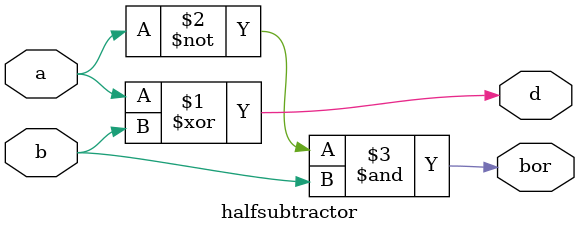
<source format=v>
`timescale 1ns / 1ps


module halfsubtractor(
    input a,
    input b,
    output bor,
    output d
    );
    assign d=a^b;
    assign bor= ~a&b;
    
endmodule

</source>
